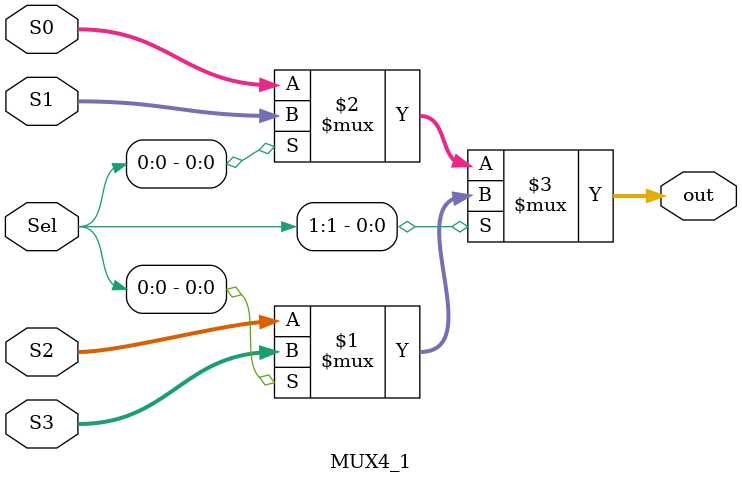
<source format=v>
module MUX4_1(Sel,S0,S1,S2,S3,out);
input [1:0] Sel;
input [7:0] S0,S1,S2,S3;
output [7:0]out;
assign out = (Sel[1]?(Sel[0]?S3:S2) : (Sel[0]?S1:S0));
endmodule
</source>
